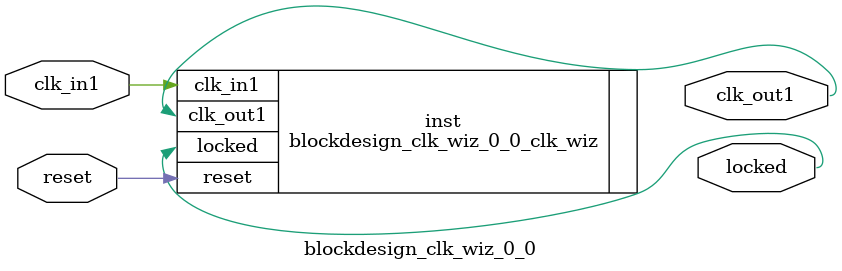
<source format=v>


`timescale 1ps/1ps

(* CORE_GENERATION_INFO = "blockdesign_clk_wiz_0_0,clk_wiz_v6_0_12_0_0,{component_name=blockdesign_clk_wiz_0_0,use_phase_alignment=true,use_min_o_jitter=false,use_max_i_jitter=false,use_dyn_phase_shift=false,use_inclk_switchover=false,use_dyn_reconfig=false,enable_axi=0,feedback_source=FDBK_AUTO,PRIMITIVE=MMCM,num_out_clk=1,clkin1_period=8.000,clkin2_period=10.000,use_power_down=false,use_reset=true,use_locked=true,use_inclk_stopped=false,feedback_type=SINGLE,CLOCK_MGR_TYPE=NA,manual_override=false}" *)

module blockdesign_clk_wiz_0_0 
 (
  // Clock out ports
  output        clk_out1,
  // Status and control signals
  input         reset,
  output        locked,
 // Clock in ports
  input         clk_in1
 );

  blockdesign_clk_wiz_0_0_clk_wiz inst
  (
  // Clock out ports  
  .clk_out1(clk_out1),
  // Status and control signals               
  .reset(reset), 
  .locked(locked),
 // Clock in ports
  .clk_in1(clk_in1)
  );

endmodule

</source>
